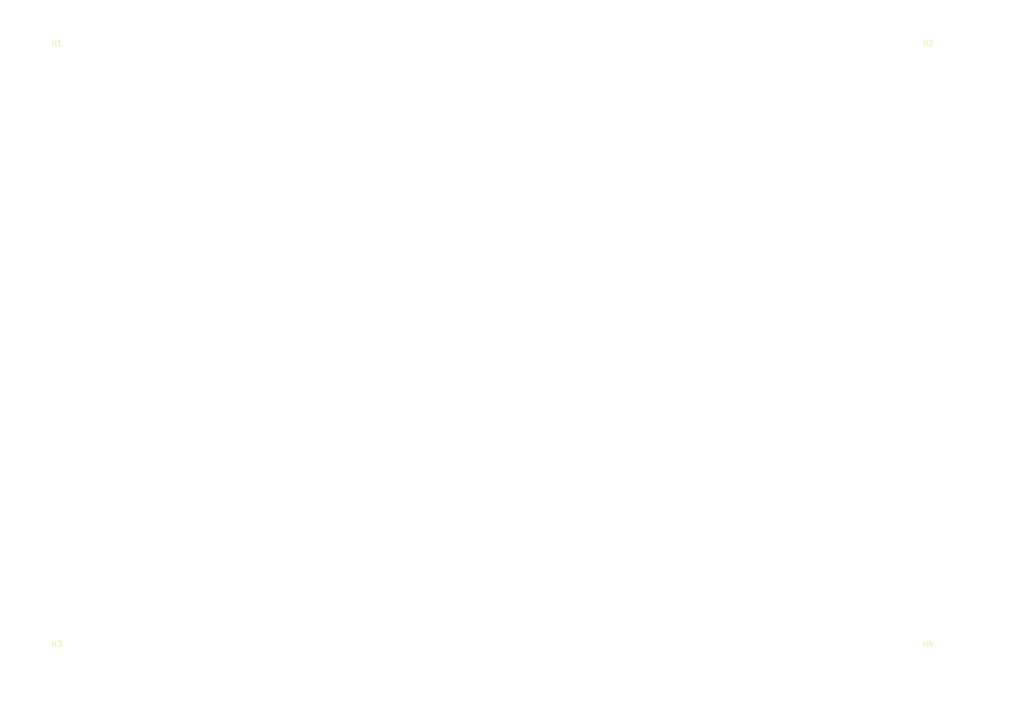
<source format=kicad_pcb>
(kicad_pcb (version 20210228) (generator pcbnew)
  (title_block (title "Enter Title On Page Setting Dialog") (rev "1") (company "KiCAD"))
  (layers (0 "F.Cu" signal) (31 "B.Cu" signal) (34 "B.Paste" user) (35 "F.Paste" user) (36 "B.SilkS" user "B.Silkscreen") (37 "F.SilkS" user "F.Silkscreen") (38 "B.Mask" user) (39 "F.Mask" user) (44 "Edge.Cuts" user))
  (net 0 "")
  (footprint "MountingHole:MountingHole_3.2mm_M3" (layer "F.Cu") (at 57.4 37.1)
    (fp_text reference "H1" (at 5.16 -0.205) (layer "F.SilkS"))
    (fp_text value "MountingHole")
    (pad "1" np_thru_hole circle (at 0 0) (size 3.2 3.2) (drill 3.2) (layers *.Cu *.Mask))
  )
  (footprint "MountingHole:MountingHole_3.2mm_M3" (layer "F.Cu") (at 226.4 37.1)
    (fp_text reference "H2" (at -5.26 -0.205) (layer "F.SilkS"))
    (fp_text value "MountingHole")
    (pad "1" np_thru_hole circle (at 0 0) (size 3.2 3.2) (drill 3.2) (layers *.Cu *.Mask))
  )
  (footprint "MountingHole:MountingHole_3.2mm_M3" (layer "F.Cu") (at 57.4 146.3)
    (fp_text reference "H3" (at 5.16 -0.08) (layer "F.SilkS"))
    (fp_text value "MountingHole")
    (pad "1" np_thru_hole circle (at 0 0) (size 3.2 3.2) (drill 3.2) (layers *.Cu *.Mask))
  )
  (footprint "MountingHole:MountingHole_3.2mm_M3" (layer "F.Cu") (at 226.4 146.3)
    (fp_text reference "H4" (at -5.26 -0.08) (layer "F.SilkS"))
    (fp_text value "MountingHole")
    (pad "1" np_thru_hole circle (at 0 0) (size 3.2 3.2) (drill 3.2) (layers *.Cu *.Mask))
  )
  (gr_line (start 52.4 32.1) (end 52.4 151.3) (layer "Edge.Cuts") (width 0.00254))
  (gr_line (start 52.4 151.3) (end 231.4 151.3) (layer "Edge.Cuts") (width 0.00254))
  (gr_line (start 231.4 32.1) (end 52.4 32.1) (layer "Edge.Cuts") (width 0.00254))
  (gr_line (start 231.4 32.1) (end 231.4 151.3) (layer "Edge.Cuts") (width 0.00254))
)
</source>
